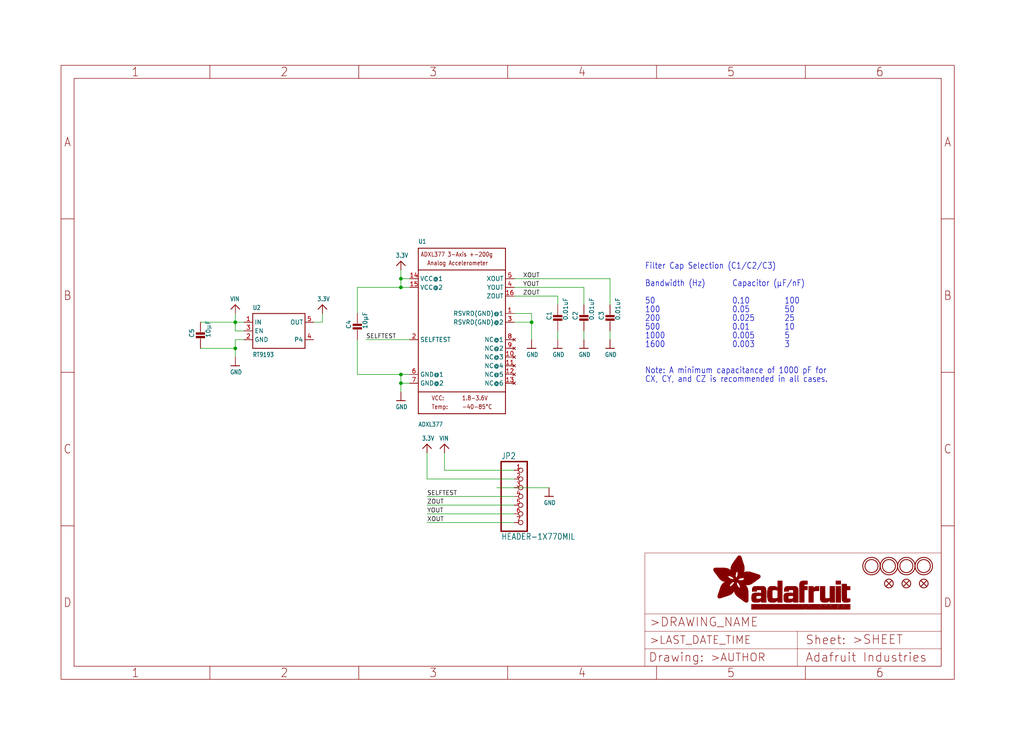
<source format=kicad_sch>
(kicad_sch (version 20211123) (generator eeschema)
  (paper "User" 298.45 217.881)
  (lib_symbols
    (symbol "schematicEagle-eagle-import:3.3V" (power)
      (property "Value" "3.3V" (at -1.524 1.016 0))
      (symbol "3.3V_1_0"
        (pin power_in line (at 0 -2.54 90) (length 2.54) (name "3.3V") (number "1"))
      )
    )
    (symbol "schematicEagle-eagle-import:ACCEL_ADXL377"
      (property "Reference" "U" (at -12.7 25.4 0))
      (property "Value" "ACCEL_ADXL377" (at -12.7 -27.94 0))
      (symbol "ACCEL_ADXL377_1_0"
        (text "-40-85°C" (at 0 -22.86 0) (effects (font (size 1.27 1.0795)) (justify left bottom)))
        (text "1.8-3.6V" (at 0 -20.32 0) (effects (font (size 1.27 1.0795)) (justify left bottom)))
        (text "ADXL377 3-Axis +-200g" (at -12.065 21.59 0) (effects (font (size 1.27 1.0795)) (justify left bottom)))
        (text "Analog Accelerometer" (at -10.16 19.05 0) (effects (font (size 1.27 1.0795)) (justify left bottom)))
        (text "Temp:" (at -8.89 -22.86 0) (effects (font (size 1.27 1.0795)) (justify left bottom)))
        (text "VCC:" (at -8.89 -20.32 0) (effects (font (size 1.27 1.0795)) (justify left bottom)))
        (pin bidirectional line (at 15.24 5.08 180) (length 2.54) (name "RSVRD(GND)@1") (number "1"))
        (pin no_connect line (at 15.24 -7.62 180) (length 2.54) (name "NC@3") (number "10"))
        (pin no_connect line (at 15.24 -10.16 180) (length 2.54) (name "NC@4") (number "11"))
        (pin no_connect line (at 15.24 -12.7 180) (length 2.54) (name "NC@5") (number "12"))
        (pin no_connect line (at 15.24 -15.24 180) (length 2.54) (name "NC@6") (number "13"))
        (pin power_in line (at -15.24 15.24 0) (length 2.54) (name "VCC@1") (number "14"))
        (pin power_in line (at -15.24 12.7 0) (length 2.54) (name "VCC@2") (number "15"))
        (pin output line (at 15.24 10.16 180) (length 2.54) (name "ZOUT") (number "16"))
        (pin bidirectional line (at -15.24 -2.54 0) (length 2.54) (name "SELFTEST") (number "2"))
        (pin bidirectional line (at 15.24 2.54 180) (length 2.54) (name "RSVRD(GND)@2") (number "3"))
        (pin output line (at 15.24 12.7 180) (length 2.54) (name "YOUT") (number "4"))
        (pin output line (at 15.24 15.24 180) (length 2.54) (name "XOUT") (number "5"))
        (pin power_in line (at -15.24 -12.7 0) (length 2.54) (name "GND@1") (number "6"))
        (pin power_in line (at -15.24 -15.24 0) (length 2.54) (name "GND@2") (number "7"))
        (pin no_connect line (at 15.24 -2.54 180) (length 2.54) (name "NC@1") (number "8"))
        (pin no_connect line (at 15.24 -5.08 180) (length 2.54) (name "NC@2") (number "9"))
      )
    )
    (symbol "schematicEagle-eagle-import:CAP_CERAMIC_0805"
      (property "Reference" "C" (at -1.79 0.54 90))
      (property "Value" "CAP_CERAMIC_0805" (at 3 0.54 90))
      (symbol "CAP_CERAMIC_0805_1_0"
        (pin passive line (at 0 5.08 270) (length 2.54) (name "P$1") (number "1"))
        (pin passive line (at 0 -2.54 90) (length 2.54) (name "P$2") (number "2"))
      )
    )
    (symbol "schematicEagle-eagle-import:FIDUCIAL{dblquote}{dblquote}")
    (symbol "schematicEagle-eagle-import:FRAME_A4_ADAFRUIT"
      (symbol "FRAME_A4_ADAFRUIT_0_0"
        (text "1" (at 21.6958 1.905 0) (effects (font (size 2.54 2.286))))
        (text "1" (at 21.6958 177.165 0) (effects (font (size 2.54 2.286))))
        (text "2" (at 65.0875 1.905 0) (effects (font (size 2.54 2.286))))
        (text "2" (at 65.0875 177.165 0) (effects (font (size 2.54 2.286))))
        (text "3" (at 108.4792 1.905 0) (effects (font (size 2.54 2.286))))
        (text "3" (at 108.4792 177.165 0) (effects (font (size 2.54 2.286))))
        (text "4" (at 151.8708 1.905 0) (effects (font (size 2.54 2.286))))
        (text "4" (at 151.8708 177.165 0) (effects (font (size 2.54 2.286))))
        (text "5" (at 195.2625 1.905 0) (effects (font (size 2.54 2.286))))
        (text "5" (at 195.2625 177.165 0) (effects (font (size 2.54 2.286))))
        (text "6" (at 238.6542 1.905 0) (effects (font (size 2.54 2.286))))
        (text "6" (at 238.6542 177.165 0) (effects (font (size 2.54 2.286))))
        (text "A" (at 1.905 156.6863 0) (effects (font (size 2.54 2.286))))
        (text "A" (at 258.445 156.6863 0) (effects (font (size 2.54 2.286))))
        (text "B" (at 1.905 111.9188 0) (effects (font (size 2.54 2.286))))
        (text "B" (at 258.445 111.9188 0) (effects (font (size 2.54 2.286))))
        (text "C" (at 1.905 67.1513 0) (effects (font (size 2.54 2.286))))
        (text "C" (at 258.445 67.1513 0) (effects (font (size 2.54 2.286))))
        (text "D" (at 1.905 22.3838 0) (effects (font (size 2.54 2.286))))
        (text "D" (at 258.445 22.3838 0) (effects (font (size 2.54 2.286))))
      )
      (symbol "FRAME_A4_ADAFRUIT_1_0"
        (text ">AUTHOR" (at 189.23 5.08 0) (effects (font (size 2.286 2.286)) (justify left bottom)))
        (text ">DRAWING_NAME" (at 171.45 15.24 0) (effects (font (size 2.54 2.54)) (justify left bottom)))
        (text ">LAST_DATE_TIME" (at 171.45 10.16 0) (effects (font (size 2.286 2.286)) (justify left bottom)))
        (text ">SHEET" (at 230.505 10.16 0) (effects (font (size 2.54 2.54)) (justify left bottom)))
        (text "Adafruit Industries" (at 216.916 4.953 0) (effects (font (size 2.54 2.54)) (justify left bottom)))
        (text "Drawing:" (at 171.196 4.953 0) (effects (font (size 2.54 2.54)) (justify left bottom)))
        (text "Sheet:" (at 216.916 10.033 0) (effects (font (size 2.54 2.54)) (justify left bottom)))
      )
    )
    (symbol "schematicEagle-eagle-import:GND" (power)
      (property "Value" "GND" (at -1.524 -2.54 0))
      (symbol "GND_1_0"
        (pin power_in line (at 0 2.54 270) (length 2.54) (name "GND") (number "1"))
      )
    )
    (symbol "schematicEagle-eagle-import:HEADER-1X770MIL"
      (property "Reference" "JP" (at -6.35 10.795 0))
      (property "Value" "HEADER-1X770MIL" (at -6.35 -12.7 0))
      (symbol "HEADER-1X770MIL_1_0"
        (pin passive inverted (at -2.54 7.62 0) (length 2.54) (name "1") (number "1"))
        (pin passive inverted (at -2.54 5.08 0) (length 2.54) (name "2") (number "2"))
        (pin passive inverted (at -2.54 2.54 0) (length 2.54) (name "3") (number "3"))
        (pin passive inverted (at -2.54 0 0) (length 2.54) (name "4") (number "4"))
        (pin passive inverted (at -2.54 -2.54 0) (length 2.54) (name "5") (number "5"))
        (pin passive inverted (at -2.54 -5.08 0) (length 2.54) (name "6") (number "6"))
        (pin passive inverted (at -2.54 -7.62 0) (length 2.54) (name "7") (number "7"))
      )
    )
    (symbol "schematicEagle-eagle-import:MOUNTINGHOLE2.5")
    (symbol "schematicEagle-eagle-import:VIN" (power)
      (property "Value" "VIN" (at -1.524 1.016 0))
      (symbol "VIN_1_0"
        (pin power_in line (at 0 -2.54 90) (length 2.54) (name "VIN") (number "1"))
      )
    )
    (symbol "schematicEagle-eagle-import:VREG_SOT23-5"
      (property "Reference" "U" (at -7.62 6.096 0))
      (property "Value" "VREG_SOT23-5" (at -7.62 -7.62 0))
      (symbol "VREG_SOT23-5_1_0"
        (pin power_in line (at -10.16 2.54 0) (length 2.54) (name "IN") (number "1"))
        (pin power_in line (at -10.16 -2.54 0) (length 2.54) (name "GND") (number "2"))
        (pin input line (at -10.16 0 0) (length 2.54) (name "EN") (number "3"))
        (pin bidirectional line (at 10.16 -2.54 180) (length 2.54) (name "P4") (number "4"))
        (pin power_in line (at 10.16 2.54 180) (length 2.54) (name "OUT") (number "5"))
      )
    )
  )
  (junction (at 116.84 111.76))
  (junction (at 116.84 81.28))
  (junction (at 116.84 109.22))
  (junction (at 68.58 93.98))
  (junction (at 116.84 83.82))
  (junction (at 68.58 101.6))
  (junction (at 154.94 93.98))
  (wire (pts (xy 116.84 109.22) (xy 104.14 109.22)))
  (wire (pts (xy 119.38 81.28) (xy 116.84 81.28)))
  (wire (pts (xy 170.18 83.82) (xy 170.18 88.9)))
  (wire (pts (xy 154.94 93.98) (xy 154.94 99.06)))
  (wire (pts (xy 71.12 93.98) (xy 68.58 93.98)))
  (wire (pts (xy 129.54 137.16) (xy 129.54 132.08)))
  (wire (pts (xy 124.46 139.7) (xy 149.86 139.7)))
  (wire (pts (xy 129.54 137.16) (xy 149.86 137.16)))
  (wire (pts (xy 149.86 93.98) (xy 154.94 93.98)))
  (wire (pts (xy 116.84 83.82) (xy 104.14 83.82)))
  (wire (pts (xy 177.8 96.52) (xy 177.8 99.06)))
  (wire (pts (xy 149.86 142.24) (xy 160.02 142.24)))
  (wire (pts (xy 71.12 99.06) (xy 68.58 99.06)))
  (wire (pts (xy 154.94 91.44) (xy 154.94 93.98)))
  (wire (pts (xy 149.86 152.4) (xy 124.46 152.4)))
  (wire (pts (xy 149.86 86.36) (xy 162.56 86.36)))
  (wire (pts (xy 119.38 109.22) (xy 116.84 109.22)))
  (wire (pts (xy 93.98 93.98) (xy 93.98 91.44)))
  (wire (pts (xy 68.58 99.06) (xy 68.58 101.6)))
  (wire (pts (xy 124.46 139.7) (xy 124.46 132.08)))
  (wire (pts (xy 68.58 93.98) (xy 58.42 93.98)))
  (wire (pts (xy 149.86 144.78) (xy 124.46 144.78)))
  (wire (pts (xy 71.12 96.52) (xy 68.58 96.52)))
  (wire (pts (xy 162.56 96.52) (xy 162.56 99.06)))
  (wire (pts (xy 177.8 81.28) (xy 177.8 88.9)))
  (wire (pts (xy 68.58 101.6) (xy 68.58 104.14)))
  (wire (pts (xy 116.84 111.76) (xy 116.84 114.3)))
  (wire (pts (xy 119.38 83.82) (xy 116.84 83.82)))
  (wire (pts (xy 149.86 147.32) (xy 124.46 147.32)))
  (wire (pts (xy 68.58 96.52) (xy 68.58 93.98)))
  (wire (pts (xy 116.84 109.22) (xy 116.84 111.76)))
  (wire (pts (xy 116.84 83.82) (xy 116.84 81.28)))
  (wire (pts (xy 119.38 99.06) (xy 106.68 99.06)))
  (wire (pts (xy 91.44 93.98) (xy 93.98 93.98)))
  (wire (pts (xy 149.86 91.44) (xy 154.94 91.44)))
  (wire (pts (xy 104.14 83.82) (xy 104.14 91.44)))
  (wire (pts (xy 116.84 81.28) (xy 116.84 78.74)))
  (wire (pts (xy 149.86 83.82) (xy 170.18 83.82)))
  (wire (pts (xy 104.14 109.22) (xy 104.14 99.06)))
  (wire (pts (xy 162.56 86.36) (xy 162.56 88.9)))
  (wire (pts (xy 119.38 111.76) (xy 116.84 111.76)))
  (wire (pts (xy 144.78 142.24) (xy 149.86 142.24)))
  (wire (pts (xy 149.86 149.86) (xy 124.46 149.86)))
  (wire (pts (xy 58.42 101.6) (xy 68.58 101.6)))
  (wire (pts (xy 149.86 81.28) (xy 177.8 81.28)))
  (wire (pts (xy 170.18 96.52) (xy 170.18 99.06)))
  (wire (pts (xy 68.58 93.98) (xy 68.58 91.44)))
  (text "0.10" (at 213.36 88.9 180) (effects (font (size 1.778 1.5113)) (justify left bottom)))
  (text "0.003" (at 213.36 101.6 180) (effects (font (size 1.778 1.5113)) (justify left bottom)))
  (text "50" (at 228.6 91.44 180) (effects (font (size 1.778 1.5113)) (justify left bottom)))
  (text "1000" (at 187.96 99.06 180) (effects (font (size 1.778 1.5113)) (justify left bottom)))
  (text "100" (at 228.6 88.9 180) (effects (font (size 1.778 1.5113)) (justify left bottom)))
  (text "500" (at 187.96 96.52 180) (effects (font (size 1.778 1.5113)) (justify left bottom)))
  (text "100" (at 187.96 91.44 180) (effects (font (size 1.778 1.5113)) (justify left bottom)))
  (text "1600" (at 187.96 101.6 180) (effects (font (size 1.778 1.5113)) (justify left bottom)))
  (text "Bandwidth (Hz)" (at 187.96 83.82 180) (effects (font (size 1.778 1.5113)) (justify left bottom)))
  (text "Filter Cap Selection (C1/C2/C3)" (at 187.96 78.74 180) (effects (font (size 1.778 1.5113)) (justify left bottom)))
  (text "200" (at 187.96 93.98 180) (effects (font (size 1.778 1.5113)) (justify left bottom)))
  (text "0.025" (at 213.36 93.98 180) (effects (font (size 1.778 1.5113)) (justify left bottom)))
  (text "3" (at 228.6 101.6 180) (effects (font (size 1.778 1.5113)) (justify left bottom)))
  (text "50" (at 187.96 88.9 180) (effects (font (size 1.778 1.5113)) (justify left bottom)))
  (text "Capacitor (µF/nF)" (at 213.36 83.82 180) (effects (font (size 1.778 1.5113)) (justify left bottom)))
  (text "0.005" (at 213.36 99.06 180) (effects (font (size 1.778 1.5113)) (justify left bottom)))
  (text "0.01" (at 213.36 96.52 180) (effects (font (size 1.778 1.5113)) (justify left bottom)))
  (text "CX, CY, and CZ is recommended in all cases." (at 187.96 111.76 180) (effects (font (size 1.778 1.5113)) (justify left bottom)))
  (text "5" (at 228.6 99.06 180) (effects (font (size 1.778 1.5113)) (justify left bottom)))
  (text "10" (at 228.6 96.52 180) (effects (font (size 1.778 1.5113)) (justify left bottom)))
  (text "25" (at 228.6 93.98 180) (effects (font (size 1.778 1.5113)) (justify left bottom)))
  (text "0.05" (at 213.36 91.44 180) (effects (font (size 1.778 1.5113)) (justify left bottom)))
  (text "Note: A minimum capacitance of 1000 pF for" (at 187.96 109.22 180) (effects (font (size 1.778 1.5113)) (justify left bottom)))
  (label "SELFTEST" (at 106.68 99.06 0) (effects (font (size 1.2446 1.2446))))
  (label "YOUT" (at 152.4 83.82 0) (effects (font (size 1.2446 1.2446))))
  (label "XOUT" (at 152.4 81.28 0) (effects (font (size 1.2446 1.2446))))
  (label "ZOUT" (at 124.46 147.32 0) (effects (font (size 1.2446 1.2446))))
  (label "SELFTEST" (at 124.46 144.78 0) (effects (font (size 1.2446 1.2446))))
  (label "XOUT" (at 124.46 152.4 0) (effects (font (size 1.2446 1.2446))))
  (label "YOUT" (at 124.46 149.86 0) (effects (font (size 1.2446 1.2446))))
  (label "ZOUT" (at 152.4 86.36 0) (effects (font (size 1.2446 1.2446))))
  (symbol (lib_id "schematicEagle-eagle-import:VREG_SOT23-5") (at 81.28 96.52 0) (unit 1)
    (property "Reference" "U2" (at 73.66 90.424 0) (effects (font (size 1.27 1.0795)) (justify left bottom)))
    (property "Value" "RT9193" (at 73.66 104.14 0) (effects (font (size 1.27 1.0795)) (justify left bottom)))
    (property "Footprint" "schematicEagle:SOT23-5" (effects hide))
  )
  (symbol (lib_id "schematicEagle-eagle-import:GND") (at 162.56 101.6 0) (unit 1)
    (property "Reference" "#U$10" (effects hide))
    (property "Value" "GND" (at 161.036 104.14 0) (effects (font (size 1.27 1.0795)) (justify left bottom)))
    (property "Footprint" "schematicEagle:" (effects hide))
  )
  (symbol (lib_id "schematicEagle-eagle-import:FRAME_A4_ADAFRUIT") (at 17.78 198.12 0) (unit 1)
    (property "Reference" "#U$1" (effects hide))
    (property "Value" "FRAME_A4_ADAFRUIT" (effects hide))
    (property "Footprint" "schematicEagle:" (effects hide))
  )
  (symbol (lib_id "schematicEagle-eagle-import:VIN") (at 68.58 88.9 0) (unit 1)
    (property "Reference" "#U$4" (effects hide))
    (property "Value" "VIN" (at 67.056 87.884 0) (effects (font (size 1.27 1.0795)) (justify left bottom)))
    (property "Footprint" "schematicEagle:" (effects hide))
  )
  (symbol (lib_id "schematicEagle-eagle-import:GND") (at 154.94 101.6 0) (unit 1)
    (property "Reference" "#U$9" (effects hide))
    (property "Value" "GND" (at 153.416 104.14 0) (effects (font (size 1.27 1.0795)) (justify left bottom)))
    (property "Footprint" "schematicEagle:" (effects hide))
  )
  (symbol (lib_id "schematicEagle-eagle-import:MOUNTINGHOLE2.5") (at 269.24 165.1 0) (unit 1)
    (property "Reference" "U$2" (effects hide))
    (property "Value" "MOUNTINGHOLE2.5" (effects hide))
    (property "Footprint" "schematicEagle:MOUNTINGHOLE_2.5_PLATED" (effects hide))
  )
  (symbol (lib_id "schematicEagle-eagle-import:CAP_CERAMIC_0805") (at 104.14 96.52 0) (unit 1)
    (property "Reference" "C4" (at 102.35 95.98 90) (effects (justify left bottom)))
    (property "Value" "10µF" (at 107.14 95.98 90) (effects (justify left bottom)))
    (property "Footprint" "schematicEagle:_0805" (effects hide))
  )
  (symbol (lib_id "schematicEagle-eagle-import:FIDUCIAL{dblquote}{dblquote}") (at 259.08 170.18 0) (unit 1)
    (property "Reference" "FID3" (effects hide))
    (property "Value" "FIDUCIAL{dblquote}{dblquote}" (effects hide))
    (property "Footprint" "schematicEagle:FIDUCIAL_1MM" (effects hide))
  )
  (symbol (lib_id "schematicEagle-eagle-import:VIN") (at 129.54 129.54 0) (unit 1)
    (property "Reference" "#U$13" (effects hide))
    (property "Value" "VIN" (at 128.016 128.524 0) (effects (font (size 1.27 1.0795)) (justify left bottom)))
    (property "Footprint" "schematicEagle:" (effects hide))
  )
  (symbol (lib_id "schematicEagle-eagle-import:MOUNTINGHOLE2.5") (at 259.08 165.1 0) (unit 1)
    (property "Reference" "U$17" (effects hide))
    (property "Value" "MOUNTINGHOLE2.5" (effects hide))
    (property "Footprint" "schematicEagle:MOUNTINGHOLE_2.5_PLATED" (effects hide))
  )
  (symbol (lib_id "schematicEagle-eagle-import:GND") (at 116.84 116.84 0) (unit 1)
    (property "Reference" "#U$7" (effects hide))
    (property "Value" "GND" (at 115.316 119.38 0) (effects (font (size 1.27 1.0795)) (justify left bottom)))
    (property "Footprint" "schematicEagle:" (effects hide))
  )
  (symbol (lib_id "schematicEagle-eagle-import:CAP_CERAMIC_0805") (at 58.42 99.06 0) (unit 1)
    (property "Reference" "C5" (at 56.63 98.52 90) (effects (justify left bottom)))
    (property "Value" "10µF" (at 61.42 98.52 90) (effects (justify left bottom)))
    (property "Footprint" "schematicEagle:_0805" (effects hide))
  )
  (symbol (lib_id "schematicEagle-eagle-import:GND") (at 170.18 101.6 0) (unit 1)
    (property "Reference" "#U$11" (effects hide))
    (property "Value" "GND" (at 168.656 104.14 0) (effects (font (size 1.27 1.0795)) (justify left bottom)))
    (property "Footprint" "schematicEagle:" (effects hide))
  )
  (symbol (lib_id "schematicEagle-eagle-import:FIDUCIAL{dblquote}{dblquote}") (at 269.24 170.18 0) (unit 1)
    (property "Reference" "FID1" (effects hide))
    (property "Value" "FIDUCIAL{dblquote}{dblquote}" (effects hide))
    (property "Footprint" "schematicEagle:FIDUCIAL_1MM" (effects hide))
  )
  (symbol (lib_id "schematicEagle-eagle-import:ACCEL_ADXL377") (at 134.62 96.52 0) (unit 1)
    (property "Reference" "U1" (at 121.92 71.12 0) (effects (font (size 1.27 1.0795)) (justify left bottom)))
    (property "Value" "ADXL377" (at 121.92 124.46 0) (effects (font (size 1.27 1.0795)) (justify left bottom)))
    (property "Footprint" "schematicEagle:LFCSP16_LQ" (effects hide))
  )
  (symbol (lib_id "schematicEagle-eagle-import:MOUNTINGHOLE2.5") (at 264.16 165.1 0) (unit 1)
    (property "Reference" "U$3" (effects hide))
    (property "Value" "MOUNTINGHOLE2.5" (effects hide))
    (property "Footprint" "schematicEagle:MOUNTINGHOLE_2.5_PLATED" (effects hide))
  )
  (symbol (lib_id "schematicEagle-eagle-import:MOUNTINGHOLE2.5") (at 254 165.1 0) (unit 1)
    (property "Reference" "U$18" (effects hide))
    (property "Value" "MOUNTINGHOLE2.5" (effects hide))
    (property "Footprint" "schematicEagle:MOUNTINGHOLE_2.5_PLATED" (effects hide))
  )
  (symbol (lib_id "schematicEagle-eagle-import:CAP_CERAMIC_0805") (at 177.8 93.98 0) (unit 1)
    (property "Reference" "C3" (at 176.01 93.44 90) (effects (justify left bottom)))
    (property "Value" "0.01uF" (at 180.8 93.44 90) (effects (justify left bottom)))
    (property "Footprint" "schematicEagle:_0805" (effects hide))
  )
  (symbol (lib_id "schematicEagle-eagle-import:FIDUCIAL{dblquote}{dblquote}") (at 264.16 170.18 0) (unit 1)
    (property "Reference" "FID2" (effects hide))
    (property "Value" "FIDUCIAL{dblquote}{dblquote}" (effects hide))
    (property "Footprint" "schematicEagle:FIDUCIAL_1MM" (effects hide))
  )
  (symbol (lib_id "schematicEagle-eagle-import:CAP_CERAMIC_0805") (at 162.56 93.98 0) (unit 1)
    (property "Reference" "C1" (at 160.77 93.44 90) (effects (justify left bottom)))
    (property "Value" "0.01uF" (at 165.56 93.44 90) (effects (justify left bottom)))
    (property "Footprint" "schematicEagle:_0805" (effects hide))
  )
  (symbol (lib_id "schematicEagle-eagle-import:GND") (at 177.8 101.6 0) (unit 1)
    (property "Reference" "#U$12" (effects hide))
    (property "Value" "GND" (at 176.276 104.14 0) (effects (font (size 1.27 1.0795)) (justify left bottom)))
    (property "Footprint" "schematicEagle:" (effects hide))
  )
  (symbol (lib_id "schematicEagle-eagle-import:3.3V") (at 93.98 88.9 0) (unit 1)
    (property "Reference" "#U$5" (effects hide))
    (property "Value" "3.3V" (at 92.456 87.884 0) (effects (font (size 1.27 1.0795)) (justify left bottom)))
    (property "Footprint" "schematicEagle:" (effects hide))
  )
  (symbol (lib_id "schematicEagle-eagle-import:GND") (at 68.58 106.68 0) (unit 1)
    (property "Reference" "#U$8" (effects hide))
    (property "Value" "GND" (at 67.056 109.22 0) (effects (font (size 1.27 1.0795)) (justify left bottom)))
    (property "Footprint" "schematicEagle:" (effects hide))
  )
  (symbol (lib_id "schematicEagle-eagle-import:GND") (at 160.02 144.78 0) (unit 1)
    (property "Reference" "#U$15" (effects hide))
    (property "Value" "GND" (at 158.496 147.32 0) (effects (font (size 1.27 1.0795)) (justify left bottom)))
    (property "Footprint" "schematicEagle:" (effects hide))
  )
  (symbol (lib_id "schematicEagle-eagle-import:HEADER-1X770MIL") (at 152.4 144.78 0) (unit 1)
    (property "Reference" "JP2" (at 146.05 133.985 0) (effects (font (size 1.778 1.5113)) (justify left bottom)))
    (property "Value" "HEADER-1X770MIL" (at 146.05 157.48 0) (effects (font (size 1.778 1.5113)) (justify left bottom)))
    (property "Footprint" "schematicEagle:1X07_ROUND_70" (effects hide))
  )
  (symbol (lib_id "schematicEagle-eagle-import:3.3V") (at 124.46 129.54 0) (unit 1)
    (property "Reference" "#U$14" (effects hide))
    (property "Value" "3.3V" (at 122.936 128.524 0) (effects (font (size 1.27 1.0795)) (justify left bottom)))
    (property "Footprint" "schematicEagle:" (effects hide))
  )
  (symbol (lib_id "schematicEagle-eagle-import:3.3V") (at 116.84 76.2 0) (unit 1)
    (property "Reference" "#U$6" (effects hide))
    (property "Value" "3.3V" (at 115.316 75.184 0) (effects (font (size 1.27 1.0795)) (justify left bottom)))
    (property "Footprint" "schematicEagle:" (effects hide))
  )
  (symbol (lib_id "schematicEagle-eagle-import:CAP_CERAMIC_0805") (at 170.18 93.98 0) (unit 1)
    (property "Reference" "C2" (at 168.39 93.44 90) (effects (justify left bottom)))
    (property "Value" "0.01uF" (at 173.18 93.44 90) (effects (justify left bottom)))
    (property "Footprint" "schematicEagle:_0805" (effects hide))
  )
)
</source>
